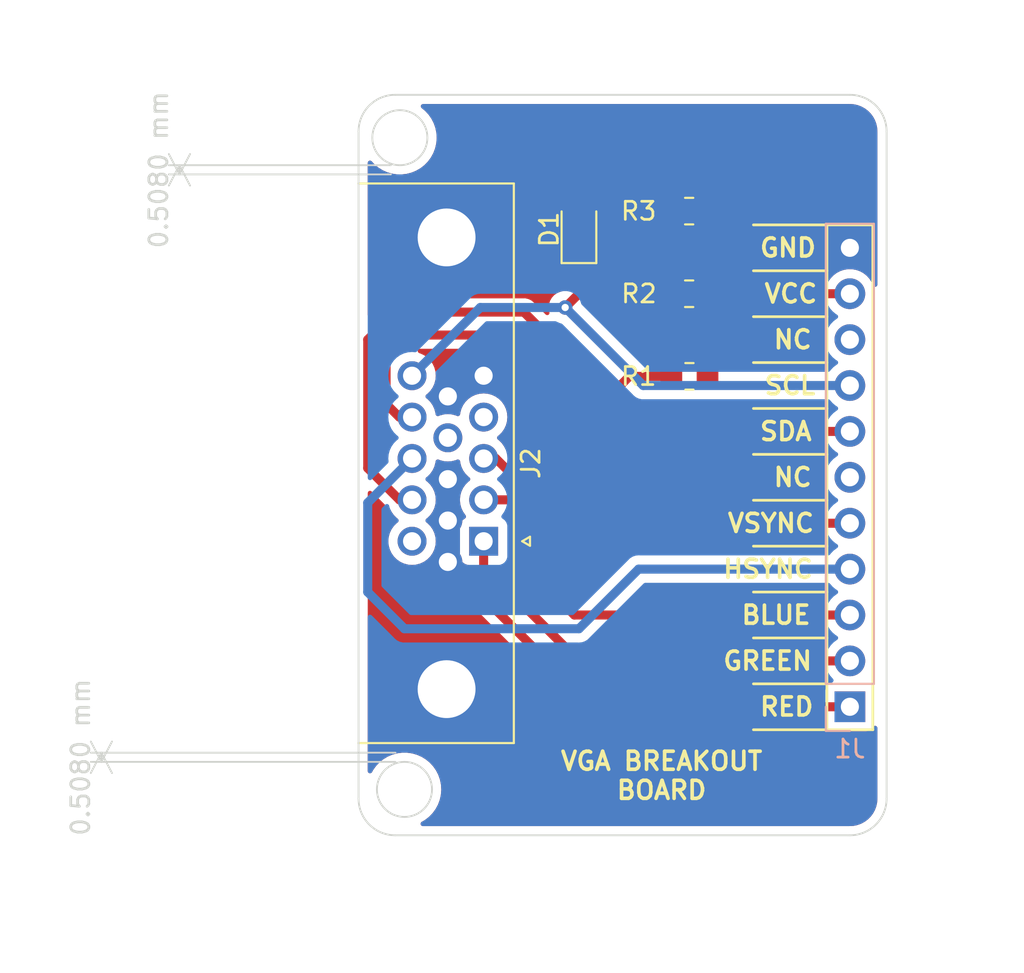
<source format=kicad_pcb>
(kicad_pcb (version 20211014) (generator pcbnew)
  (layers (0 "F.Cu" signal) (31 "B.Cu" signal) (34 "B.Paste" user) (35 "F.Paste" user) (36 "B.SilkS" user "B.Silkscreen") (37 "F.SilkS" user "F.Silkscreen") (38 "B.Mask" user) (39 "F.Mask" user) (44 "Edge.Cuts" user))
  (net 0 "")
  (net 1 "GND")
  (net 2 "Net-(D1-Pad2)")
  (net 3 "/RED")
  (net 4 "/GREEN")
  (net 5 "/BLUE")
  (net 6 "/HSYNC")
  (net 7 "/VSYNC")
  (net 11 "/SDA")
  (net 12 "/SCL")
  (net 13 "/VCC")
  (footprint "Resistor_SMD:R_0805_2012Metric_Pad1.20x1.40mm_HandSolder" (layer "F.Cu") (at 127.27 84.074)
    (fp_text reference "R1" (at -2.81 0) (layer "F.SilkS"))
    (fp_text value "1K")
    (fp_line (start -0.227064 -0.735) (end 0.227064 -0.735) (layer "F.SilkS") (width 0.12))
    (fp_line (start -0.227064 0.735) (end 0.227064 0.735) (layer "F.SilkS") (width 0.12))
    (pad "1" smd roundrect (at -1 0) (size 1.2 1.4) (layers "F.Cu" "F.Paste" "F.Mask") (roundrect_rratio 0.208333) (net 11 "/SDA"))
    (pad "2" smd roundrect (at 1 0) (size 1.2 1.4) (layers "F.Cu" "F.Paste" "F.Mask") (roundrect_rratio 0.208333) (net 13 "/VCC"))
  )
  (footprint "LED_SMD:LED_0805_2012Metric_Pad1.15x1.40mm_HandSolder" (layer "F.Cu") (at 121.158 75.946 90)
    (fp_text reference "D1" (at 0 -1.65 90) (layer "F.SilkS"))
    (fp_text value "LED")
    (fp_line (start 1 -0.96) (end -1.86 -0.96) (layer "F.SilkS") (width 0.12))
    (fp_line (start -1.86 -0.96) (end -1.86 0.96) (layer "F.SilkS") (width 0.12))
    (fp_line (start -1.86 0.96) (end 1 0.96) (layer "F.SilkS") (width 0.12))
    (pad "1" smd roundrect (at -1.025 0 90) (size 1.15 1.4) (layers "F.Cu" "F.Paste" "F.Mask") (roundrect_rratio 0.217391) (net 1 "GND"))
    (pad "2" smd roundrect (at 1.025 0 90) (size 1.15 1.4) (layers "F.Cu" "F.Paste" "F.Mask") (roundrect_rratio 0.217391) (net 2 "Net-(D1-Pad2)"))
  )
  (footprint "Resistor_SMD:R_0805_2012Metric_Pad1.20x1.40mm_HandSolder" (layer "F.Cu") (at 127.254 79.502)
    (fp_text reference "R2" (at -2.778 0) (layer "F.SilkS"))
    (fp_text value "1K")
    (fp_line (start -0.227064 0.735) (end 0.227064 0.735) (layer "F.SilkS") (width 0.12))
    (fp_line (start -0.227064 -0.735) (end 0.227064 -0.735) (layer "F.SilkS") (width 0.12))
    (pad "1" smd roundrect (at -1 0) (size 1.2 1.4) (layers "F.Cu" "F.Paste" "F.Mask") (roundrect_rratio 0.208333) (net 12 "/SCL"))
    (pad "2" smd roundrect (at 1 0) (size 1.2 1.4) (layers "F.Cu" "F.Paste" "F.Mask") (roundrect_rratio 0.208333) (net 13 "/VCC"))
  )
  (footprint "Resistor_SMD:R_0805_2012Metric_Pad1.20x1.40mm_HandSolder" (layer "F.Cu") (at 127.254 74.93)
    (fp_text reference "R3" (at -2.794 0) (layer "F.SilkS"))
    (fp_text value "1K")
    (fp_line (start -0.227064 -0.735) (end 0.227064 -0.735) (layer "F.SilkS") (width 0.12))
    (fp_line (start -0.227064 0.735) (end 0.227064 0.735) (layer "F.SilkS") (width 0.12))
    (pad "1" smd roundrect (at -1 0) (size 1.2 1.4) (layers "F.Cu" "F.Paste" "F.Mask") (roundrect_rratio 0.208333) (net 2 "Net-(D1-Pad2)"))
    (pad "2" smd roundrect (at 1 0) (size 1.2 1.4) (layers "F.Cu" "F.Paste" "F.Mask") (roundrect_rratio 0.208333) (net 13 "/VCC"))
  )
  (footprint "Connector_Dsub:DSUB-15-HD_Female_Horizontal_P2.29x1.98mm_EdgePinOffset3.03mm_Housed_MountingHolesOffset4.94mm" (layer "F.Cu") (at 115.886331 93.2 -90)
    (fp_text reference "J2" (at -4.315 -2.61 90) (layer "F.SilkS"))
    (fp_text value "DB15_Female_MountingHoles")
    (fp_line (start 0.25 -2.564338) (end 0 -2.131325) (layer "F.SilkS") (width 0.12))
    (fp_line (start 0 -2.131325) (end -0.25 -2.564338) (layer "F.SilkS") (width 0.12))
    (fp_line (start -0.25 -2.564338) (end 0.25 -2.564338) (layer "F.SilkS") (width 0.12))
    (fp_line (start -19.8 6.93) (end -19.8 -1.67) (layer "F.SilkS") (width 0.12))
    (fp_line (start -19.8 -1.67) (end 11.17 -1.67) (layer "F.SilkS") (width 0.12))
    (fp_line (start 11.17 -1.67) (end 11.17 6.93) (layer "F.SilkS") (width 0.12))
    (pad "0" thru_hole circle (at -16.815 2.05 270) (size 4 4) (drill 3.2) (layers *.Cu *.Mask) (net 1 "GND"))
    (pad "0" thru_hole circle (at 8.185 2.05 270) (size 4 4) (drill 3.2) (layers *.Cu *.Mask) (net 1 "GND"))
    (pad "1" thru_hole rect (at 0 0 270) (size 1.6 1.6) (drill 1) (layers *.Cu *.Mask) (net 3 "/RED"))
    (pad "2" thru_hole circle (at -2.29 0 270) (size 1.6 1.6) (drill 1) (layers *.Cu *.Mask) (net 4 "/GREEN"))
    (pad "3" thru_hole circle (at -4.58 0 270) (size 1.6 1.6) (drill 1) (layers *.Cu *.Mask) (net 5 "/BLUE"))
    (pad "4" thru_hole circle (at -6.87 0 270) (size 1.6 1.6) (drill 1) (layers *.Cu *.Mask))
    (pad "5" thru_hole circle (at -9.16 0 270) (size 1.6 1.6) (drill 1) (layers *.Cu *.Mask) (net 1 "GND"))
    (pad "6" thru_hole circle (at 1.145 1.98 270) (size 1.6 1.6) (drill 1) (layers *.Cu *.Mask) (net 1 "GND"))
    (pad "7" thru_hole circle (at -1.145 1.98 270) (size 1.6 1.6) (drill 1) (layers *.Cu *.Mask) (net 1 "GND"))
    (pad "8" thru_hole circle (at -3.435 1.98 270) (size 1.6 1.6) (drill 1) (layers *.Cu *.Mask) (net 1 "GND"))
    (pad "9" thru_hole circle (at -5.725 1.98 270) (size 1.6 1.6) (drill 1) (layers *.Cu *.Mask))
    (pad "10" thru_hole circle (at -8.015 1.98 270) (size 1.6 1.6) (drill 1) (layers *.Cu *.Mask) (net 1 "GND"))
    (pad "11" thru_hole circle (at 0 3.96 270) (size 1.6 1.6) (drill 1) (layers *.Cu *.Mask))
    (pad "12" thru_hole circle (at -2.29 3.96 270) (size 1.6 1.6) (drill 1) (layers *.Cu *.Mask) (net 11 "/SDA"))
    (pad "13" thru_hole circle (at -4.58 3.96 270) (size 1.6 1.6) (drill 1) (layers *.Cu *.Mask) (net 6 "/HSYNC"))
    (pad "14" thru_hole circle (at -6.87 3.96 270) (size 1.6 1.6) (drill 1) (layers *.Cu *.Mask) (net 7 "/VSYNC"))
    (pad "15" thru_hole circle (at -9.16 3.96 270) (size 1.6 1.6) (drill 1) (layers *.Cu *.Mask) (net 12 "/SCL"))
  )
  (footprint "Connector_PinHeader_2.54mm:PinHeader_1x11_P2.54mm_Vertical" (layer "B.Cu") (at 136.144 102.362)
    (fp_text reference "J1" (at 0 2.33) (layer "B.SilkS") (effects (justify mirror)))
    (fp_text value "Conn_01x11_Male")
    (fp_line (start -1.33 0) (end -1.33 1.33) (layer "B.SilkS") (width 0.12))
    (fp_line (start -1.33 -26.73) (end 1.33 -26.73) (layer "B.SilkS") (width 0.12))
    (fp_line (start -1.33 -1.27) (end -1.33 -26.73) (layer "B.SilkS") (width 0.12))
    (fp_line (start -1.33 1.33) (end 0 1.33) (layer "B.SilkS") (width 0.12))
    (fp_line (start 1.33 -1.27) (end 1.33 -26.73) (layer "B.SilkS") (width 0.12))
    (fp_line (start -1.33 -1.27) (end 1.33 -1.27) (layer "B.SilkS") (width 0.12))
    (pad "1" thru_hole rect (at 0 0) (size 1.7 1.7) (drill 1) (layers *.Cu *.Mask) (net 3 "/RED"))
    (pad "2" thru_hole oval (at 0 -2.54) (size 1.7 1.7) (drill 1) (layers *.Cu *.Mask) (net 4 "/GREEN"))
    (pad "3" thru_hole oval (at 0 -5.08) (size 1.7 1.7) (drill 1) (layers *.Cu *.Mask) (net 5 "/BLUE"))
    (pad "4" thru_hole oval (at 0 -7.62) (size 1.7 1.7) (drill 1) (layers *.Cu *.Mask) (net 6 "/HSYNC"))
    (pad "5" thru_hole oval (at 0 -10.16) (size 1.7 1.7) (drill 1) (layers *.Cu *.Mask) (net 7 "/VSYNC"))
    (pad "6" thru_hole oval (at 0 -12.7) (size 1.7 1.7) (drill 1) (layers *.Cu *.Mask))
    (pad "7" thru_hole oval (at 0 -15.24) (size 1.7 1.7) (drill 1) (layers *.Cu *.Mask) (net 11 "/SDA"))
    (pad "8" thru_hole oval (at 0 -17.78) (size 1.7 1.7) (drill 1) (layers *.Cu *.Mask) (net 12 "/SCL"))
    (pad "9" thru_hole oval (at 0 -20.32) (size 1.7 1.7) (drill 1) (layers *.Cu *.Mask))
    (pad "10" thru_hole oval (at 0 -22.86) (size 1.7 1.7) (drill 1) (layers *.Cu *.Mask) (net 13 "/VCC"))
    (pad "11" thru_hole oval (at 0 -25.4) (size 1.7 1.7) (drill 1) (layers *.Cu *.Mask) (net 1 "GND"))
  )
  (gr_line (start 134.874 90.932) (end 130.81 90.932) (layer "F.SilkS") (width 0.15))
  (gr_line (start 134.874 101.092) (end 134.874 75.692) (layer "F.SilkS") (width 0.15))
  (gr_line (start 130.81 101.092) (end 134.874 101.092) (layer "F.SilkS") (width 0.15))
  (gr_line (start 134.874 96.012) (end 130.81 96.012) (layer "F.SilkS") (width 0.15))
  (gr_line (start 134.874 75.692) (end 137.414 75.692) (layer "F.SilkS") (width 0.15))
  (gr_line (start 134.874 85.852) (end 130.81 85.852) (layer "F.SilkS") (width 0.15))
  (gr_line (start 134.874 93.472) (end 130.81 93.472) (layer "F.SilkS") (width 0.15))
  (gr_line (start 137.414 103.632) (end 134.874 103.632) (layer "F.SilkS") (width 0.15))
  (gr_line (start 134.874 88.392) (end 130.81 88.392) (layer "F.SilkS") (width 0.15))
  (gr_line (start 134.874 103.632) (end 130.81 103.632) (layer "F.SilkS") (width 0.15))
  (gr_line (start 134.874 78.232) (end 130.81 78.232) (layer "F.SilkS") (width 0.15))
  (gr_line (start 134.874 83.312) (end 130.81 83.312) (layer "F.SilkS") (width 0.15))
  (gr_line (start 137.414 101.092) (end 137.414 103.632) (layer "F.SilkS") (width 0.15))
  (gr_line (start 137.414 75.692) (end 137.414 101.092) (layer "F.SilkS") (width 0.15))
  (gr_line (start 134.874 80.772) (end 130.81 80.772) (layer "F.SilkS") (width 0.15))
  (gr_line (start 134.874 75.692) (end 130.81 75.692) (layer "F.SilkS") (width 0.15))
  (gr_line (start 134.874 98.552) (end 130.81 98.552) (layer "F.SilkS") (width 0.15))
  (gr_line (start 134.874 103.632) (end 134.874 101.092) (layer "F.SilkS") (width 0.15))
  (gr_line (start 138.176 107.442) (end 138.176 70.524841) (layer "Edge.Cuts") (width 0.1))
  (gr_arc (start 110.998 109.474) (mid 109.561159 108.878841) (end 108.966 107.442) (layer "Edge.Cuts") (width 0.1))
  (gr_arc (start 138.176 107.442) (mid 137.580841 108.878841) (end 136.144 109.474) (layer "Edge.Cuts") (width 0.1))
  (gr_arc (start 136.144 68.492841) (mid 137.580841 69.088) (end 138.176 70.524841) (layer "Edge.Cuts") (width 0.1))
  (gr_circle (center 111.252 70.866) (end 111.252 69.342) (layer "Edge.Cuts") (width 0.1) (fill none))
  (gr_line (start 108.966 70.524841) (end 108.966 107.442) (layer "Edge.Cuts") (width 0.1))
  (gr_line (start 136.144 68.492841) (end 110.998 68.492841) (layer "Edge.Cuts") (width 0.1))
  (gr_line (start 110.998 109.474) (end 136.144 109.474) (layer "Edge.Cuts") (width 0.1))
  (gr_arc (start 108.966 70.524841) (mid 109.561159 69.088) (end 110.998 68.492841) (layer "Edge.Cuts") (width 0.1))
  (gr_circle (center 111.506 106.934) (end 111.506 105.41) (layer "Edge.Cuts") (width 0.1) (fill none))
  (gr_text "NC" (at 131.826 89.662) (layer "F.SilkS") (effects (font (size 1 1) (thickness 0.2)) (justify left)))
  (gr_text "VGA BREAKOUT\nBOARD" (at 125.73 106.172) (layer "F.SilkS") (effects (font (size 1 1) (thickness 0.2))))
  (gr_text "GND" (at 131.064 76.962) (layer "F.SilkS") (effects (font (size 1 1) (thickness 0.2)) (justify left)))
  (gr_text "BLUE" (at 130.048 97.282) (layer "F.SilkS") (effects (font (size 1 1) (thickness 0.2)) (justify left)))
  (gr_text "VCC" (at 131.318 79.502) (layer "F.SilkS") (effects (font (size 1 1) (thickness 0.2)) (justify left)))
  (gr_text "VSYNC" (at 129.286 92.202) (layer "F.SilkS") (effects (font (size 1 1) (thickness 0.2)) (justify left)))
  (gr_text "RED" (at 131.064 102.362) (layer "F.SilkS") (effects (font (size 1 1) (thickness 0.2)) (justify left)))
  (gr_text "GREEN" (at 129.032 99.822) (layer "F.SilkS") (effects (font (size 1 1) (thickness 0.2)) (justify left)))
  (gr_text "SDA" (at 131.064 87.122) (layer "F.SilkS") (effects (font (size 1 1) (thickness 0.2)) (justify left)))
  (gr_text "NC" (at 131.826 82.042) (layer "F.SilkS") (effects (font (size 1 1) (thickness 0.2)) (justify left)))
  (gr_text "HSYNC" (at 129.032 94.742) (layer "F.SilkS") (effects (font (size 1 1) (thickness 0.2)) (justify left)))
  (gr_text "SCL" (at 131.318 84.582) (layer "F.SilkS") (effects (font (size 1 1) (thickness 0.2)) (justify left)))
  (dimension (type aligned) (layer "Edge.Cuts") (pts (xy 111.252 72.39) (xy 111.252 72.898)) (height 12.192) (gr_text "0.5080 mm" (at 97.91 72.644 90) (layer "Edge.Cuts") (effects (font (size 1 1) (thickness 0.15)))) (format (units 3) (units_format 1) (precision 4)) (style (thickness 0.1) (arrow_length 1.27) (text_position_mode 0) (extension_height 0.58642) (extension_offset 0.5) keep_text_aligned))
  (dimension (type aligned) (layer "Edge.Cuts") (pts (xy 111.506 105.41) (xy 111.506 104.902)) (height -16.764) (gr_text "0.5080 mm" (at 93.592 105.156 90) (layer "Edge.Cuts") (effects (font (size 1 1) (thickness 0.15)))) (format (units 3) (units_format 1) (precision 4)) (style (thickness 0.1) (arrow_length 1.27) (text_position_mode 0) (extension_height 0.58642) (extension_offset 0.5) keep_text_aligned))
  (segment (start 121.167 74.93) (end 121.158 74.921) (width 0.5) (layer "F.Cu") (net 2))
  (segment (start 126.254 74.93) (end 121.167 74.93) (width 0.5) (layer "F.Cu") (net 2))
  (segment (start 136.144 102.362) (end 121.92 102.362) (width 0.5) (layer "F.Cu") (net 3))
  (segment (start 121.92 102.362) (end 115.886331 96.328331) (width 0.5) (layer "F.Cu") (net 3))
  (segment (start 115.886331 96.328331) (end 115.886331 93.2) (width 0.5) (layer "F.Cu") (net 3))
  (segment (start 117.326 90.91) (end 115.886331 90.91) (width 0.5) (layer "F.Cu") (net 4))
  (segment (start 118.11 91.694) (end 117.326 90.91) (width 0.5) (layer "F.Cu") (net 4))
  (segment (start 121.158 99.822) (end 118.11 96.774) (width 0.5) (layer "F.Cu") (net 4))
  (segment (start 136.144 99.822) (end 121.158 99.822) (width 0.5) (layer "F.Cu") (net 4))
  (segment (start 118.11 96.774) (end 118.11 91.694) (width 0.5) (layer "F.Cu") (net 4))
  (segment (start 119.888 91.948) (end 116.56 88.62) (width 0.5) (layer "F.Cu") (net 5))
  (segment (start 136.144 97.282) (end 120.904 97.282) (width 0.5) (layer "F.Cu") (net 5))
  (segment (start 120.904 97.282) (end 119.888 96.266) (width 0.5) (layer "F.Cu") (net 5))
  (segment (start 116.56 88.62) (end 115.886331 88.62) (width 0.5) (layer "F.Cu") (net 5))
  (segment (start 119.888 96.266) (end 119.888 91.948) (width 0.5) (layer "F.Cu") (net 5))
  (segment (start 124.46 94.742) (end 121.158 98.044) (width 0.5) (layer "B.Cu") (net 6))
  (segment (start 121.158 98.044) (end 111.506 98.044) (width 0.5) (layer "B.Cu") (net 6))
  (segment (start 136.144 94.742) (end 124.46 94.742) (width 0.5) (layer "B.Cu") (net 6))
  (segment (start 111.506 98.044) (end 109.474 96.012) (width 0.5) (layer "B.Cu") (net 6))
  (segment (start 109.474 91.072331) (end 111.926331 88.62) (width 0.5) (layer "B.Cu") (net 6))
  (segment (start 109.474 96.012) (end 109.474 91.072331) (width 0.5) (layer "B.Cu") (net 6))
  (segment (start 117.602 81.788) (end 111.506 81.788) (width 0.5) (layer "F.Cu") (net 7))
  (segment (start 110.49 82.804) (end 110.49 85.598) (width 0.5) (layer "F.Cu") (net 7))
  (segment (start 111.506 81.788) (end 110.49 82.804) (width 0.5) (layer "F.Cu") (net 7))
  (segment (start 121.666 92.202) (end 119.126 89.662) (width 0.5) (layer "F.Cu") (net 7))
  (segment (start 136.144 92.202) (end 121.666 92.202) (width 0.5) (layer "F.Cu") (net 7))
  (segment (start 111.222 86.33) (end 111.926331 86.33) (width 0.5) (layer "F.Cu") (net 7))
  (segment (start 110.49 85.598) (end 111.222 86.33) (width 0.5) (layer "F.Cu") (net 7))
  (segment (start 119.126 89.662) (end 119.126 83.312) (width 0.5) (layer "F.Cu") (net 7))
  (segment (start 119.126 83.312) (end 117.602 81.788) (width 0.5) (layer "F.Cu") (net 7))
  (segment (start 110.998 80.518) (end 109.474 82.042) (width 0.5) (layer "F.Cu") (net 11))
  (segment (start 124.714 87.122) (end 122.809 85.217) (width 0.5) (layer "F.Cu") (net 11))
  (segment (start 123.952 84.074) (end 122.809 85.217) (width 0.5) (layer "F.Cu") (net 11))
  (segment (start 126.27 84.074) (end 123.952 84.074) (width 0.5) (layer "F.Cu") (net 11))
  (segment (start 136.144 87.122) (end 124.714 87.122) (width 0.5) (layer "F.Cu") (net 11))
  (segment (start 109.474 89.154) (end 111.23 90.91) (width 0.5) (layer "F.Cu") (net 11))
  (segment (start 122.809 85.217) (end 118.11 80.518) (width 0.5) (layer "F.Cu") (net 11))
  (segment (start 118.11 80.518) (end 110.998 80.518) (width 0.5) (layer "F.Cu") (net 11))
  (segment (start 111.23 90.91) (end 111.926331 90.91) (width 0.5) (layer "F.Cu") (net 11))
  (segment (start 109.474 82.042) (end 109.474 89.154) (width 0.5) (layer "F.Cu") (net 11))
  (segment (start 121.158 79.502) (end 120.396 80.264) (width 0.5) (layer "F.Cu") (net 12))
  (segment (start 126.254 79.502) (end 121.158 79.502) (width 0.5) (layer "F.Cu") (net 12))
  (via (at 120.396 80.264) (size 0.8) (drill 0.4) (layers "F.Cu" "B.Cu") (net 12))
  (segment (start 115.702331 80.264) (end 111.926331 84.04) (width 0.5) (layer "B.Cu") (net 12))
  (segment (start 124.714 84.582) (end 136.144 84.582) (width 0.5) (layer "B.Cu") (net 12))
  (segment (start 120.396 80.264) (end 115.702331 80.264) (width 0.5) (layer "B.Cu") (net 12))
  (segment (start 120.396 80.264) (end 124.714 84.582) (width 0.5) (layer "B.Cu") (net 12))
  (segment (start 128.254 79.502) (end 128.254 84.058) (width 0.5) (layer "F.Cu") (net 13))
  (segment (start 136.144 79.502) (end 128.254 79.502) (width 0.5) (layer "F.Cu") (net 13))
  (segment (start 128.254 74.93) (end 128.254 79.502) (width 0.5) (layer "F.Cu") (net 13))
  (segment (start 128.254 84.058) (end 128.27 84.074) (width 0.5) (layer "F.Cu") (net 13))
  (zone (net 1) (net_name "GND") (layers F&B.Cu) (connect_pads yes (clearance 0.508)) (min_thickness 0.254) (fill yes (thermal_gap 0.508) (thermal_bridge_width 0.508))
    (polygon (pts (xy 145.796 117.094) (xy 94.742 117.094) (xy 94.996 63.246) (xy 145.796 63.246)))
  )
)
</source>
